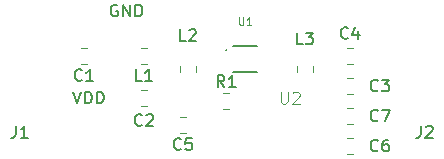
<source format=gto>
G04 #@! TF.GenerationSoftware,KiCad,Pcbnew,5.0.2-bee76a0~70~ubuntu16.04.1*
G04 #@! TF.CreationDate,2019-03-07T18:54:15-05:00*
G04 #@! TF.ProjectId,lna,6c6e612e-6b69-4636-9164-5f7063625858,rev?*
G04 #@! TF.SameCoordinates,Original*
G04 #@! TF.FileFunction,Legend,Top*
G04 #@! TF.FilePolarity,Positive*
%FSLAX46Y46*%
G04 Gerber Fmt 4.6, Leading zero omitted, Abs format (unit mm)*
G04 Created by KiCad (PCBNEW 5.0.2-bee76a0~70~ubuntu16.04.1) date Thu 07 Mar 2019 06:54:15 PM EST*
%MOMM*%
%LPD*%
G01*
G04 APERTURE LIST*
%ADD10C,0.120000*%
%ADD11C,0.150000*%
%ADD12C,0.127000*%
%ADD13C,0.050000*%
G04 APERTURE END LIST*
D10*
G04 #@! TO.C,C1*
X79331078Y-73966000D02*
X78813922Y-73966000D01*
X79331078Y-75386000D02*
X78813922Y-75386000D01*
G04 #@! TO.C,C2*
X83893922Y-78942000D02*
X84411078Y-78942000D01*
X83893922Y-77522000D02*
X84411078Y-77522000D01*
G04 #@! TO.C,C3*
X101858578Y-76506000D02*
X101341422Y-76506000D01*
X101858578Y-77926000D02*
X101341422Y-77926000D01*
G04 #@! TO.C,C4*
X101858578Y-73966000D02*
X101341422Y-73966000D01*
X101858578Y-75386000D02*
X101341422Y-75386000D01*
G04 #@! TO.C,C5*
X87713078Y-79808000D02*
X87195922Y-79808000D01*
X87713078Y-81228000D02*
X87195922Y-81228000D01*
G04 #@! TO.C,C6*
X101858578Y-81586000D02*
X101341422Y-81586000D01*
X101858578Y-83006000D02*
X101341422Y-83006000D01*
G04 #@! TO.C,C7*
X101858578Y-79046000D02*
X101341422Y-79046000D01*
X101858578Y-80466000D02*
X101341422Y-80466000D01*
G04 #@! TO.C,L1*
X84411078Y-73966000D02*
X83893922Y-73966000D01*
X84411078Y-75386000D02*
X83893922Y-75386000D01*
G04 #@! TO.C,L2*
X87174000Y-75511922D02*
X87174000Y-76029078D01*
X88594000Y-75511922D02*
X88594000Y-76029078D01*
G04 #@! TO.C,L3*
X98500000Y-76029078D02*
X98500000Y-75511922D01*
X97080000Y-76029078D02*
X97080000Y-75511922D01*
G04 #@! TO.C,R1*
X90878922Y-79196000D02*
X91396078Y-79196000D01*
X90878922Y-77776000D02*
X91396078Y-77776000D01*
D11*
G04 #@! TO.C,U1*
X91141000Y-74180000D02*
G75*
G03X91141000Y-74180000I-50000J0D01*
G01*
D12*
X91710000Y-76000000D02*
X93710000Y-76000000D01*
X91710000Y-73860000D02*
X93710000Y-73860000D01*
G04 #@! TO.C,C1*
D11*
X78905833Y-76683142D02*
X78858214Y-76730761D01*
X78715357Y-76778380D01*
X78620119Y-76778380D01*
X78477261Y-76730761D01*
X78382023Y-76635523D01*
X78334404Y-76540285D01*
X78286785Y-76349809D01*
X78286785Y-76206952D01*
X78334404Y-76016476D01*
X78382023Y-75921238D01*
X78477261Y-75826000D01*
X78620119Y-75778380D01*
X78715357Y-75778380D01*
X78858214Y-75826000D01*
X78905833Y-75873619D01*
X79858214Y-76778380D02*
X79286785Y-76778380D01*
X79572500Y-76778380D02*
X79572500Y-75778380D01*
X79477261Y-75921238D01*
X79382023Y-76016476D01*
X79286785Y-76064095D01*
G04 #@! TO.C,C2*
X83985833Y-80494142D02*
X83938214Y-80541761D01*
X83795357Y-80589380D01*
X83700119Y-80589380D01*
X83557261Y-80541761D01*
X83462023Y-80446523D01*
X83414404Y-80351285D01*
X83366785Y-80160809D01*
X83366785Y-80017952D01*
X83414404Y-79827476D01*
X83462023Y-79732238D01*
X83557261Y-79637000D01*
X83700119Y-79589380D01*
X83795357Y-79589380D01*
X83938214Y-79637000D01*
X83985833Y-79684619D01*
X84366785Y-79684619D02*
X84414404Y-79637000D01*
X84509642Y-79589380D01*
X84747738Y-79589380D01*
X84842976Y-79637000D01*
X84890595Y-79684619D01*
X84938214Y-79779857D01*
X84938214Y-79875095D01*
X84890595Y-80017952D01*
X84319166Y-80589380D01*
X84938214Y-80589380D01*
G04 #@! TO.C,C3*
X103973333Y-77573142D02*
X103925714Y-77620761D01*
X103782857Y-77668380D01*
X103687619Y-77668380D01*
X103544761Y-77620761D01*
X103449523Y-77525523D01*
X103401904Y-77430285D01*
X103354285Y-77239809D01*
X103354285Y-77096952D01*
X103401904Y-76906476D01*
X103449523Y-76811238D01*
X103544761Y-76716000D01*
X103687619Y-76668380D01*
X103782857Y-76668380D01*
X103925714Y-76716000D01*
X103973333Y-76763619D01*
X104306666Y-76668380D02*
X104925714Y-76668380D01*
X104592380Y-77049333D01*
X104735238Y-77049333D01*
X104830476Y-77096952D01*
X104878095Y-77144571D01*
X104925714Y-77239809D01*
X104925714Y-77477904D01*
X104878095Y-77573142D01*
X104830476Y-77620761D01*
X104735238Y-77668380D01*
X104449523Y-77668380D01*
X104354285Y-77620761D01*
X104306666Y-77573142D01*
G04 #@! TO.C,C4*
X101433333Y-73128142D02*
X101385714Y-73175761D01*
X101242857Y-73223380D01*
X101147619Y-73223380D01*
X101004761Y-73175761D01*
X100909523Y-73080523D01*
X100861904Y-72985285D01*
X100814285Y-72794809D01*
X100814285Y-72651952D01*
X100861904Y-72461476D01*
X100909523Y-72366238D01*
X101004761Y-72271000D01*
X101147619Y-72223380D01*
X101242857Y-72223380D01*
X101385714Y-72271000D01*
X101433333Y-72318619D01*
X102290476Y-72556714D02*
X102290476Y-73223380D01*
X102052380Y-72175761D02*
X101814285Y-72890047D01*
X102433333Y-72890047D01*
G04 #@! TO.C,C5*
X87287833Y-82525142D02*
X87240214Y-82572761D01*
X87097357Y-82620380D01*
X87002119Y-82620380D01*
X86859261Y-82572761D01*
X86764023Y-82477523D01*
X86716404Y-82382285D01*
X86668785Y-82191809D01*
X86668785Y-82048952D01*
X86716404Y-81858476D01*
X86764023Y-81763238D01*
X86859261Y-81668000D01*
X87002119Y-81620380D01*
X87097357Y-81620380D01*
X87240214Y-81668000D01*
X87287833Y-81715619D01*
X88192595Y-81620380D02*
X87716404Y-81620380D01*
X87668785Y-82096571D01*
X87716404Y-82048952D01*
X87811642Y-82001333D01*
X88049738Y-82001333D01*
X88144976Y-82048952D01*
X88192595Y-82096571D01*
X88240214Y-82191809D01*
X88240214Y-82429904D01*
X88192595Y-82525142D01*
X88144976Y-82572761D01*
X88049738Y-82620380D01*
X87811642Y-82620380D01*
X87716404Y-82572761D01*
X87668785Y-82525142D01*
G04 #@! TO.C,C6*
X103973333Y-82653142D02*
X103925714Y-82700761D01*
X103782857Y-82748380D01*
X103687619Y-82748380D01*
X103544761Y-82700761D01*
X103449523Y-82605523D01*
X103401904Y-82510285D01*
X103354285Y-82319809D01*
X103354285Y-82176952D01*
X103401904Y-81986476D01*
X103449523Y-81891238D01*
X103544761Y-81796000D01*
X103687619Y-81748380D01*
X103782857Y-81748380D01*
X103925714Y-81796000D01*
X103973333Y-81843619D01*
X104830476Y-81748380D02*
X104640000Y-81748380D01*
X104544761Y-81796000D01*
X104497142Y-81843619D01*
X104401904Y-81986476D01*
X104354285Y-82176952D01*
X104354285Y-82557904D01*
X104401904Y-82653142D01*
X104449523Y-82700761D01*
X104544761Y-82748380D01*
X104735238Y-82748380D01*
X104830476Y-82700761D01*
X104878095Y-82653142D01*
X104925714Y-82557904D01*
X104925714Y-82319809D01*
X104878095Y-82224571D01*
X104830476Y-82176952D01*
X104735238Y-82129333D01*
X104544761Y-82129333D01*
X104449523Y-82176952D01*
X104401904Y-82224571D01*
X104354285Y-82319809D01*
G04 #@! TO.C,C7*
X103973333Y-80113142D02*
X103925714Y-80160761D01*
X103782857Y-80208380D01*
X103687619Y-80208380D01*
X103544761Y-80160761D01*
X103449523Y-80065523D01*
X103401904Y-79970285D01*
X103354285Y-79779809D01*
X103354285Y-79636952D01*
X103401904Y-79446476D01*
X103449523Y-79351238D01*
X103544761Y-79256000D01*
X103687619Y-79208380D01*
X103782857Y-79208380D01*
X103925714Y-79256000D01*
X103973333Y-79303619D01*
X104306666Y-79208380D02*
X104973333Y-79208380D01*
X104544761Y-80208380D01*
G04 #@! TO.C,J1*
X73326666Y-80578380D02*
X73326666Y-81292666D01*
X73279047Y-81435523D01*
X73183809Y-81530761D01*
X73040952Y-81578380D01*
X72945714Y-81578380D01*
X74326666Y-81578380D02*
X73755238Y-81578380D01*
X74040952Y-81578380D02*
X74040952Y-80578380D01*
X73945714Y-80721238D01*
X73850476Y-80816476D01*
X73755238Y-80864095D01*
G04 #@! TO.C,J2*
X107616666Y-80578380D02*
X107616666Y-81292666D01*
X107569047Y-81435523D01*
X107473809Y-81530761D01*
X107330952Y-81578380D01*
X107235714Y-81578380D01*
X108045238Y-80673619D02*
X108092857Y-80626000D01*
X108188095Y-80578380D01*
X108426190Y-80578380D01*
X108521428Y-80626000D01*
X108569047Y-80673619D01*
X108616666Y-80768857D01*
X108616666Y-80864095D01*
X108569047Y-81006952D01*
X107997619Y-81578380D01*
X108616666Y-81578380D01*
G04 #@! TO.C,GND*
X81915095Y-70366000D02*
X81819857Y-70318380D01*
X81677000Y-70318380D01*
X81534142Y-70366000D01*
X81438904Y-70461238D01*
X81391285Y-70556476D01*
X81343666Y-70746952D01*
X81343666Y-70889809D01*
X81391285Y-71080285D01*
X81438904Y-71175523D01*
X81534142Y-71270761D01*
X81677000Y-71318380D01*
X81772238Y-71318380D01*
X81915095Y-71270761D01*
X81962714Y-71223142D01*
X81962714Y-70889809D01*
X81772238Y-70889809D01*
X82391285Y-71318380D02*
X82391285Y-70318380D01*
X82962714Y-71318380D01*
X82962714Y-70318380D01*
X83438904Y-71318380D02*
X83438904Y-70318380D01*
X83677000Y-70318380D01*
X83819857Y-70366000D01*
X83915095Y-70461238D01*
X83962714Y-70556476D01*
X84010333Y-70746952D01*
X84010333Y-70889809D01*
X83962714Y-71080285D01*
X83915095Y-71175523D01*
X83819857Y-71270761D01*
X83677000Y-71318380D01*
X83438904Y-71318380D01*
G04 #@! TO.C,VDD*
X78168666Y-77684380D02*
X78502000Y-78684380D01*
X78835333Y-77684380D01*
X79168666Y-78684380D02*
X79168666Y-77684380D01*
X79406761Y-77684380D01*
X79549619Y-77732000D01*
X79644857Y-77827238D01*
X79692476Y-77922476D01*
X79740095Y-78112952D01*
X79740095Y-78255809D01*
X79692476Y-78446285D01*
X79644857Y-78541523D01*
X79549619Y-78636761D01*
X79406761Y-78684380D01*
X79168666Y-78684380D01*
X80168666Y-78684380D02*
X80168666Y-77684380D01*
X80406761Y-77684380D01*
X80549619Y-77732000D01*
X80644857Y-77827238D01*
X80692476Y-77922476D01*
X80740095Y-78112952D01*
X80740095Y-78255809D01*
X80692476Y-78446285D01*
X80644857Y-78541523D01*
X80549619Y-78636761D01*
X80406761Y-78684380D01*
X80168666Y-78684380D01*
G04 #@! TO.C,L1*
X83985833Y-76778380D02*
X83509642Y-76778380D01*
X83509642Y-75778380D01*
X84842976Y-76778380D02*
X84271547Y-76778380D01*
X84557261Y-76778380D02*
X84557261Y-75778380D01*
X84462023Y-75921238D01*
X84366785Y-76016476D01*
X84271547Y-76064095D01*
G04 #@! TO.C,L2*
X87717333Y-73403480D02*
X87241142Y-73403480D01*
X87241142Y-72403480D01*
X88003047Y-72498719D02*
X88050666Y-72451100D01*
X88145904Y-72403480D01*
X88384000Y-72403480D01*
X88479238Y-72451100D01*
X88526857Y-72498719D01*
X88574476Y-72593957D01*
X88574476Y-72689195D01*
X88526857Y-72832052D01*
X87955428Y-73403480D01*
X88574476Y-73403480D01*
G04 #@! TO.C,L3*
X97623333Y-73682880D02*
X97147142Y-73682880D01*
X97147142Y-72682880D01*
X97861428Y-72682880D02*
X98480476Y-72682880D01*
X98147142Y-73063833D01*
X98290000Y-73063833D01*
X98385238Y-73111452D01*
X98432857Y-73159071D01*
X98480476Y-73254309D01*
X98480476Y-73492404D01*
X98432857Y-73587642D01*
X98385238Y-73635261D01*
X98290000Y-73682880D01*
X98004285Y-73682880D01*
X97909047Y-73635261D01*
X97861428Y-73587642D01*
G04 #@! TO.C,R1*
X90970833Y-77288380D02*
X90637500Y-76812190D01*
X90399404Y-77288380D02*
X90399404Y-76288380D01*
X90780357Y-76288380D01*
X90875595Y-76336000D01*
X90923214Y-76383619D01*
X90970833Y-76478857D01*
X90970833Y-76621714D01*
X90923214Y-76716952D01*
X90875595Y-76764571D01*
X90780357Y-76812190D01*
X90399404Y-76812190D01*
X91923214Y-77288380D02*
X91351785Y-77288380D01*
X91637500Y-77288380D02*
X91637500Y-76288380D01*
X91542261Y-76431238D01*
X91447023Y-76526476D01*
X91351785Y-76574095D01*
G04 #@! TO.C,U1*
D13*
X92221987Y-71404241D02*
X92221987Y-71922754D01*
X92252488Y-71983755D01*
X92282989Y-72014256D01*
X92343990Y-72044757D01*
X92465993Y-72044757D01*
X92526995Y-72014256D01*
X92557496Y-71983755D01*
X92587996Y-71922754D01*
X92587996Y-71404241D01*
X93228512Y-72044757D02*
X92862503Y-72044757D01*
X93045508Y-72044757D02*
X93045508Y-71404241D01*
X92984506Y-71495743D01*
X92923505Y-71556745D01*
X92862503Y-71587245D01*
G04 #@! TO.C,U2*
X95745904Y-77675619D02*
X95745904Y-78498095D01*
X95794285Y-78594857D01*
X95842666Y-78643238D01*
X95939428Y-78691619D01*
X96132952Y-78691619D01*
X96229714Y-78643238D01*
X96278095Y-78594857D01*
X96326476Y-78498095D01*
X96326476Y-77675619D01*
X96761904Y-77772380D02*
X96810285Y-77724000D01*
X96907047Y-77675619D01*
X97148952Y-77675619D01*
X97245714Y-77724000D01*
X97294095Y-77772380D01*
X97342476Y-77869142D01*
X97342476Y-77965904D01*
X97294095Y-78111047D01*
X96713523Y-78691619D01*
X97342476Y-78691619D01*
G04 #@! TD*
M02*

</source>
